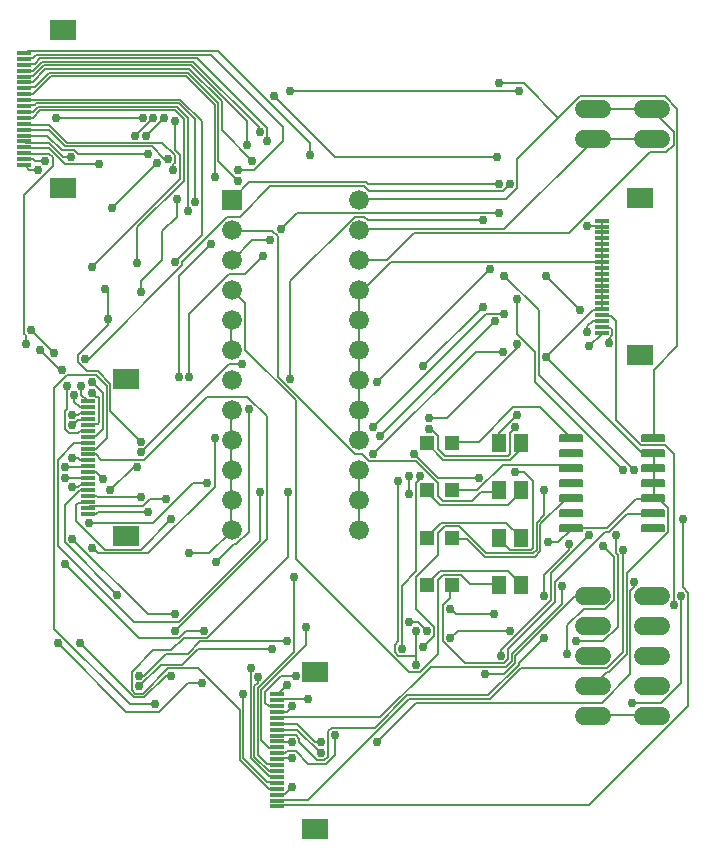
<source format=gbr>
G04 EAGLE Gerber RS-274X export*
G75*
%MOMM*%
%FSLAX34Y34*%
%LPD*%
%INTop Copper*%
%IPPOS*%
%AMOC8*
5,1,8,0,0,1.08239X$1,22.5*%
G01*
%ADD10C,1.524000*%
%ADD11R,1.200000X1.200000*%
%ADD12R,1.300000X1.500000*%
%ADD13R,1.676400X1.676400*%
%ADD14C,1.676400*%
%ADD15C,0.152500*%
%ADD16R,1.300000X0.300000*%
%ADD17R,2.200000X1.800000*%
%ADD18C,0.152400*%
%ADD19C,0.756400*%


D10*
X557620Y597300D02*
X542380Y597300D01*
X542380Y622700D02*
X557620Y622700D01*
X557620Y109200D02*
X542380Y109200D01*
X542380Y134600D02*
X557620Y134600D01*
X557620Y160000D02*
X542380Y160000D01*
X542380Y185400D02*
X557620Y185400D01*
X557620Y210800D02*
X542380Y210800D01*
X507620Y597300D02*
X492380Y597300D01*
X492380Y622700D02*
X507620Y622700D01*
X507620Y109200D02*
X492380Y109200D01*
X492380Y134600D02*
X507620Y134600D01*
X507620Y160000D02*
X492380Y160000D01*
X492380Y185400D02*
X507620Y185400D01*
X507620Y210800D02*
X492380Y210800D01*
D11*
X380500Y340000D03*
X359500Y340000D03*
X380500Y300000D03*
X359500Y300000D03*
X380500Y260000D03*
X359500Y260000D03*
X380500Y220000D03*
X359500Y220000D03*
D12*
X420500Y340000D03*
X439500Y340000D03*
X420500Y300000D03*
X439500Y300000D03*
X420500Y260000D03*
X439500Y260000D03*
X420500Y220000D03*
X439500Y220000D03*
D13*
X194250Y545600D03*
D14*
X194250Y520200D03*
X194250Y494800D03*
X194250Y469400D03*
X194250Y444000D03*
X194250Y418600D03*
X194250Y393200D03*
X194250Y367800D03*
X194250Y342400D03*
X194250Y317000D03*
X194250Y291600D03*
X194250Y266200D03*
X302200Y266200D03*
X302200Y291600D03*
X302200Y317000D03*
X302200Y342400D03*
X302200Y367800D03*
X302200Y393200D03*
X302200Y418600D03*
X302200Y444000D03*
X302200Y469400D03*
X302200Y494800D03*
X302200Y520200D03*
X302200Y545600D03*
D15*
X472562Y342012D02*
X490738Y342012D01*
X472562Y342012D02*
X472562Y346588D01*
X490738Y346588D01*
X490738Y342012D01*
X490738Y343461D02*
X472562Y343461D01*
X472562Y344910D02*
X490738Y344910D01*
X490738Y346359D02*
X472562Y346359D01*
X472562Y329312D02*
X490738Y329312D01*
X472562Y329312D02*
X472562Y333888D01*
X490738Y333888D01*
X490738Y329312D01*
X490738Y330761D02*
X472562Y330761D01*
X472562Y332210D02*
X490738Y332210D01*
X490738Y333659D02*
X472562Y333659D01*
X472562Y316612D02*
X490738Y316612D01*
X472562Y316612D02*
X472562Y321188D01*
X490738Y321188D01*
X490738Y316612D01*
X490738Y318061D02*
X472562Y318061D01*
X472562Y319510D02*
X490738Y319510D01*
X490738Y320959D02*
X472562Y320959D01*
X472562Y303912D02*
X490738Y303912D01*
X472562Y303912D02*
X472562Y308488D01*
X490738Y308488D01*
X490738Y303912D01*
X490738Y305361D02*
X472562Y305361D01*
X472562Y306810D02*
X490738Y306810D01*
X490738Y308259D02*
X472562Y308259D01*
X472562Y291212D02*
X490738Y291212D01*
X472562Y291212D02*
X472562Y295788D01*
X490738Y295788D01*
X490738Y291212D01*
X490738Y292661D02*
X472562Y292661D01*
X472562Y294110D02*
X490738Y294110D01*
X490738Y295559D02*
X472562Y295559D01*
X472562Y278512D02*
X490738Y278512D01*
X472562Y278512D02*
X472562Y283088D01*
X490738Y283088D01*
X490738Y278512D01*
X490738Y279961D02*
X472562Y279961D01*
X472562Y281410D02*
X490738Y281410D01*
X490738Y282859D02*
X472562Y282859D01*
X472562Y265812D02*
X490738Y265812D01*
X472562Y265812D02*
X472562Y270388D01*
X490738Y270388D01*
X490738Y265812D01*
X490738Y267261D02*
X472562Y267261D01*
X472562Y268710D02*
X490738Y268710D01*
X490738Y270159D02*
X472562Y270159D01*
X541862Y265812D02*
X560038Y265812D01*
X541862Y265812D02*
X541862Y270388D01*
X560038Y270388D01*
X560038Y265812D01*
X560038Y267261D02*
X541862Y267261D01*
X541862Y268710D02*
X560038Y268710D01*
X560038Y270159D02*
X541862Y270159D01*
X541862Y278512D02*
X560038Y278512D01*
X541862Y278512D02*
X541862Y283088D01*
X560038Y283088D01*
X560038Y278512D01*
X560038Y279961D02*
X541862Y279961D01*
X541862Y281410D02*
X560038Y281410D01*
X560038Y282859D02*
X541862Y282859D01*
X541862Y291212D02*
X560038Y291212D01*
X541862Y291212D02*
X541862Y295788D01*
X560038Y295788D01*
X560038Y291212D01*
X560038Y292661D02*
X541862Y292661D01*
X541862Y294110D02*
X560038Y294110D01*
X560038Y295559D02*
X541862Y295559D01*
X541862Y303912D02*
X560038Y303912D01*
X541862Y303912D02*
X541862Y308488D01*
X560038Y308488D01*
X560038Y303912D01*
X560038Y305361D02*
X541862Y305361D01*
X541862Y306810D02*
X560038Y306810D01*
X560038Y308259D02*
X541862Y308259D01*
X541862Y316612D02*
X560038Y316612D01*
X541862Y316612D02*
X541862Y321188D01*
X560038Y321188D01*
X560038Y316612D01*
X560038Y318061D02*
X541862Y318061D01*
X541862Y319510D02*
X560038Y319510D01*
X560038Y320959D02*
X541862Y320959D01*
X541862Y329312D02*
X560038Y329312D01*
X541862Y329312D02*
X541862Y333888D01*
X560038Y333888D01*
X560038Y329312D01*
X560038Y330761D02*
X541862Y330761D01*
X541862Y332210D02*
X560038Y332210D01*
X560038Y333659D02*
X541862Y333659D01*
X541862Y342012D02*
X560038Y342012D01*
X541862Y342012D02*
X541862Y346588D01*
X560038Y346588D01*
X560038Y342012D01*
X560038Y343461D02*
X541862Y343461D01*
X541862Y344910D02*
X560038Y344910D01*
X560038Y346359D02*
X541862Y346359D01*
D16*
X18900Y575500D03*
X18900Y580500D03*
X18900Y585500D03*
X18900Y590500D03*
X18900Y595500D03*
X18900Y600500D03*
X18900Y605500D03*
X18900Y610500D03*
X18900Y615500D03*
X18900Y620500D03*
X18900Y625500D03*
X18900Y630500D03*
X18900Y635500D03*
X18900Y640500D03*
X18900Y645500D03*
X18900Y650500D03*
X18900Y655500D03*
X18900Y660500D03*
X18900Y665500D03*
X18900Y670500D03*
D17*
X51400Y689500D03*
X51400Y556500D03*
D16*
X72500Y280500D03*
X72500Y285500D03*
X72500Y290500D03*
X72500Y295500D03*
X72500Y300500D03*
X72500Y305500D03*
X72500Y310500D03*
X72500Y315500D03*
X72500Y320500D03*
X72500Y325500D03*
X72500Y330500D03*
X72500Y335500D03*
X72500Y340500D03*
X72500Y345500D03*
X72500Y350500D03*
X72500Y355500D03*
X72500Y360500D03*
X72500Y365500D03*
X72500Y370500D03*
X72500Y375500D03*
D17*
X105000Y394500D03*
X105000Y261500D03*
D16*
X232500Y32500D03*
X232500Y37500D03*
X232500Y42500D03*
X232500Y47500D03*
X232500Y52500D03*
X232500Y57500D03*
X232500Y62500D03*
X232500Y67500D03*
X232500Y72500D03*
X232500Y77500D03*
X232500Y82500D03*
X232500Y87500D03*
X232500Y92500D03*
X232500Y97500D03*
X232500Y102500D03*
X232500Y107500D03*
X232500Y112500D03*
X232500Y117500D03*
X232500Y122500D03*
X232500Y127500D03*
D17*
X265000Y146500D03*
X265000Y13500D03*
D16*
X507500Y433500D03*
X507500Y438500D03*
X507500Y443500D03*
X507500Y448500D03*
X507500Y453500D03*
X507500Y458500D03*
X507500Y463500D03*
X507500Y468500D03*
X507500Y473500D03*
X507500Y478500D03*
X507500Y483500D03*
X507500Y488500D03*
X507500Y493500D03*
X507500Y498500D03*
X507500Y503500D03*
X507500Y508500D03*
X507500Y513500D03*
X507500Y518500D03*
X507500Y523500D03*
X507500Y528500D03*
D17*
X540000Y547500D03*
X540000Y414500D03*
D18*
X89916Y445008D02*
X89916Y467868D01*
X86868Y470916D01*
X408432Y144780D02*
X425196Y144780D01*
X434340Y153924D01*
X434340Y160020D01*
X484632Y210312D01*
X499872Y210312D01*
X500000Y210800D01*
X120396Y143256D02*
X115824Y143256D01*
X120396Y143256D02*
X138684Y161544D01*
X156972Y161544D01*
X167640Y172212D01*
X240792Y172212D01*
X89916Y440436D02*
X89916Y445008D01*
X89916Y440436D02*
X64008Y414528D01*
X64008Y408432D01*
X71628Y400812D01*
X80772Y400812D01*
X91440Y390144D01*
X91440Y367284D01*
X117348Y341376D01*
X114300Y320040D02*
X111252Y320040D01*
X91440Y300228D01*
D19*
X89916Y445008D03*
X86868Y470916D03*
X408432Y144780D03*
X115824Y143256D03*
X240792Y172212D03*
X117348Y341376D03*
X114300Y320040D03*
X91440Y300228D03*
D18*
X344424Y297180D02*
X344424Y312420D01*
X117348Y467868D02*
X117348Y477012D01*
X135636Y495300D01*
X135636Y519684D01*
X147828Y531876D01*
X147828Y547116D01*
X166116Y166116D02*
X228600Y166116D01*
X166116Y166116D02*
X152400Y152400D01*
X134112Y152400D01*
X115824Y134112D01*
D19*
X344424Y312420D03*
X344424Y297180D03*
X117348Y467868D03*
X147828Y547116D03*
X228600Y166116D03*
X115824Y134112D03*
D18*
X507492Y473964D02*
X507492Y477012D01*
X507492Y473964D02*
X507500Y473500D01*
X507492Y477012D02*
X507500Y478500D01*
X507492Y457200D02*
X507492Y454152D01*
X507500Y453500D01*
X507492Y457200D02*
X507500Y458500D01*
X507492Y464820D02*
X507492Y467868D01*
X507492Y464820D02*
X507500Y463500D01*
X507492Y467868D02*
X507500Y468500D01*
X507492Y463296D02*
X507492Y458724D01*
X507500Y458500D01*
X507492Y463296D02*
X507500Y463500D01*
X507492Y469392D02*
X507492Y472440D01*
X507500Y473500D01*
X507492Y469392D02*
X507500Y468500D01*
X507492Y484632D02*
X507492Y487680D01*
X507492Y484632D02*
X507500Y483500D01*
X507492Y487680D02*
X507500Y488500D01*
X507492Y489204D02*
X507492Y492252D01*
X507500Y493500D01*
X507492Y489204D02*
X507500Y488500D01*
X507492Y499872D02*
X507492Y502920D01*
X507492Y499872D02*
X507500Y498500D01*
X507492Y502920D02*
X507500Y503500D01*
X507492Y509016D02*
X507492Y512064D01*
X507492Y509016D02*
X507500Y508500D01*
X507492Y512064D02*
X507500Y513500D01*
X507492Y507492D02*
X507492Y504444D01*
X507500Y503500D01*
X507492Y507492D02*
X507500Y508500D01*
X507492Y498348D02*
X507492Y493776D01*
X507492Y498348D02*
X507500Y498500D01*
X507492Y483108D02*
X507492Y478536D01*
X507500Y478500D01*
X507492Y483108D02*
X507500Y483500D01*
X507492Y524256D02*
X495300Y524256D01*
X507492Y522732D02*
X507492Y519684D01*
X507500Y518500D01*
X507492Y522732D02*
X507500Y523500D01*
X507492Y524256D02*
X507492Y527304D01*
X507500Y528500D01*
X507492Y524256D02*
X507500Y523500D01*
X507492Y518160D02*
X507492Y513588D01*
X507500Y513500D01*
X507492Y518160D02*
X507500Y518500D01*
X499872Y452628D02*
X460248Y413004D01*
X499872Y452628D02*
X507492Y452628D01*
X507500Y453500D01*
X551688Y330708D02*
X551688Y320040D01*
X550950Y318900D01*
X551688Y330708D02*
X550950Y331600D01*
X512064Y268224D02*
X483108Y268224D01*
X512064Y268224D02*
X536448Y292608D01*
X550164Y292608D01*
X483108Y268224D02*
X481650Y268100D01*
X550164Y292608D02*
X550950Y293500D01*
X551688Y294132D02*
X551688Y304800D01*
X550950Y306200D01*
X551688Y294132D02*
X550950Y293500D01*
X551688Y306324D02*
X551688Y318516D01*
X550950Y318900D01*
X551688Y306324D02*
X550950Y306200D01*
X470916Y256032D02*
X461772Y256032D01*
X470916Y256032D02*
X481584Y266700D01*
X481650Y268100D01*
X512064Y146304D02*
X501396Y135636D01*
X512064Y146304D02*
X513588Y146304D01*
X528828Y161544D01*
X528828Y230124D01*
X563880Y265176D01*
X563880Y284988D01*
X556260Y292608D01*
X551688Y292608D01*
X501396Y135636D02*
X500000Y134600D01*
X551688Y292608D02*
X550950Y293500D01*
X541020Y332232D02*
X460248Y413004D01*
X541020Y332232D02*
X550164Y332232D01*
X550950Y331600D01*
X301752Y291084D02*
X301752Y266700D01*
X302200Y266200D01*
X301752Y291084D02*
X302200Y291600D01*
X301752Y292608D02*
X301752Y316992D01*
X301752Y292608D02*
X302200Y291600D01*
X301752Y316992D02*
X302200Y317000D01*
X301752Y368808D02*
X301752Y393192D01*
X301752Y368808D02*
X302200Y367800D01*
X301752Y393192D02*
X302200Y393200D01*
X301752Y394716D02*
X301752Y417576D01*
X302200Y418600D01*
X301752Y394716D02*
X302200Y393200D01*
X301752Y445008D02*
X301752Y469392D01*
X301752Y445008D02*
X302200Y444000D01*
X301752Y469392D02*
X302200Y469400D01*
X301752Y443484D02*
X301752Y419100D01*
X302200Y418600D01*
X301752Y443484D02*
X302200Y444000D01*
X301752Y367284D02*
X301752Y342900D01*
X302200Y342400D01*
X301752Y367284D02*
X302200Y367800D01*
X92964Y539496D02*
X131064Y577596D01*
X193548Y291084D02*
X193548Y266700D01*
X194250Y266200D01*
X193548Y291084D02*
X194250Y291600D01*
X193548Y318516D02*
X193548Y341376D01*
X193548Y318516D02*
X194250Y317000D01*
X193548Y341376D02*
X194250Y342400D01*
X193548Y316992D02*
X193548Y292608D01*
X194250Y291600D01*
X194250Y317000D02*
X193548Y316992D01*
X193548Y419100D02*
X193548Y443484D01*
X194250Y444000D01*
X193548Y419100D02*
X194250Y418600D01*
X193548Y367284D02*
X193548Y342900D01*
X194250Y342400D01*
X193548Y367284D02*
X194250Y367800D01*
X175260Y246888D02*
X158496Y246888D01*
X175260Y246888D02*
X193548Y265176D01*
X194250Y266200D01*
X329184Y493776D02*
X507492Y493776D01*
X329184Y493776D02*
X306324Y470916D01*
X303276Y470916D01*
X507500Y493500D02*
X507492Y493776D01*
X303276Y470916D02*
X302200Y469400D01*
D19*
X495300Y524256D03*
X460248Y413004D03*
X461772Y256032D03*
X131064Y577596D03*
X92964Y539496D03*
X158496Y246888D03*
D18*
X551688Y344424D02*
X551688Y402336D01*
X571500Y422148D01*
X571500Y623316D01*
X560832Y633984D01*
X489204Y633984D01*
X470916Y615696D02*
X435864Y580644D01*
X470916Y615696D02*
X489204Y633984D01*
X435864Y580644D02*
X435864Y556260D01*
X426720Y547116D01*
X303276Y547116D01*
X550950Y344300D02*
X551688Y344424D01*
X302200Y545600D02*
X303276Y547116D01*
X420624Y644652D02*
X441960Y644652D01*
X470916Y615696D01*
X501396Y109728D02*
X548640Y109728D01*
X550000Y109200D01*
X501396Y109728D02*
X500000Y109200D01*
X350520Y160020D02*
X350520Y181356D01*
X350520Y160020D02*
X350520Y152400D01*
X335280Y172212D02*
X335280Y307848D01*
X335280Y172212D02*
X332232Y169164D01*
X332232Y163068D01*
X335280Y160020D01*
X350520Y160020D01*
D19*
X420624Y644652D03*
X350520Y152400D03*
X350520Y181356D03*
X335280Y307848D03*
D18*
X196596Y254508D02*
X181356Y239268D01*
X196596Y254508D02*
X198120Y254508D01*
X208788Y265176D01*
X208788Y368808D01*
D19*
X181356Y239268D03*
X208788Y368808D03*
D18*
X501396Y597408D02*
X548640Y597408D01*
X501396Y597408D02*
X500000Y597300D01*
X548640Y597408D02*
X550000Y597300D01*
X425196Y521208D02*
X303276Y521208D01*
X425196Y521208D02*
X499872Y595884D01*
X303276Y521208D02*
X302200Y520200D01*
X499872Y595884D02*
X500000Y597300D01*
X501396Y623316D02*
X548640Y623316D01*
X501396Y623316D02*
X500000Y622700D01*
X548640Y623316D02*
X550000Y622700D01*
X326136Y495300D02*
X303276Y495300D01*
X326136Y495300D02*
X348996Y518160D01*
X480060Y518160D01*
X548640Y586740D01*
X562356Y586740D01*
X568452Y592836D01*
X568452Y603504D01*
X550164Y621792D01*
X303276Y495300D02*
X302200Y494800D01*
X550164Y621792D02*
X550000Y622700D01*
X420624Y348996D02*
X420624Y341376D01*
X420624Y348996D02*
X435864Y364236D01*
X420624Y559308D02*
X309372Y559308D01*
X307848Y560832D01*
X208788Y560832D01*
X195072Y547116D01*
X420624Y341376D02*
X420500Y340000D01*
X194250Y545600D02*
X195072Y547116D01*
D19*
X435864Y364236D03*
X420624Y559308D03*
D18*
X419100Y298704D02*
X405384Y298704D01*
X397764Y291084D01*
X373380Y291084D01*
X368808Y295656D01*
X368808Y306324D01*
X350520Y324612D01*
X310896Y324612D01*
X304800Y330708D01*
X298704Y330708D01*
X233172Y396240D01*
X233172Y515112D01*
X228600Y519684D01*
X195072Y519684D01*
X419100Y298704D02*
X420500Y300000D01*
X195072Y519684D02*
X194250Y520200D01*
X420624Y259080D02*
X429768Y249936D01*
X448056Y249936D01*
X449580Y251460D01*
X449580Y307848D01*
X441960Y315468D01*
X434340Y315468D01*
X420624Y534924D02*
X249936Y534924D01*
X236220Y521208D01*
X227076Y512064D02*
X211836Y512064D01*
X195072Y495300D01*
X420500Y260000D02*
X420624Y259080D01*
X195072Y495300D02*
X194250Y494800D01*
D19*
X434340Y315468D03*
X420624Y534924D03*
X236220Y521208D03*
X227076Y512064D03*
D18*
X396240Y220980D02*
X419100Y220980D01*
X396240Y220980D02*
X388620Y228600D01*
X373380Y228600D01*
X368808Y224028D01*
X368808Y161544D01*
X353568Y146304D01*
X344424Y146304D01*
X248412Y242316D01*
X248412Y376428D01*
X205740Y419100D01*
X205740Y458724D01*
X195072Y469392D01*
X419100Y220980D02*
X420500Y220000D01*
X195072Y469392D02*
X194250Y469400D01*
X381000Y341376D02*
X403860Y341376D01*
X432816Y370332D01*
X455676Y370332D01*
X481584Y344424D01*
X381000Y341376D02*
X380500Y340000D01*
X481584Y344424D02*
X481650Y344300D01*
X402336Y300228D02*
X381000Y300228D01*
X402336Y300228D02*
X423672Y321564D01*
X480060Y321564D01*
X481584Y320040D01*
X381000Y300228D02*
X380500Y300000D01*
X481650Y318900D02*
X481584Y320040D01*
X393192Y259080D02*
X381000Y259080D01*
X393192Y259080D02*
X408432Y243840D01*
X451104Y243840D01*
X455676Y248412D01*
X455676Y271272D01*
X477012Y292608D01*
X481584Y292608D01*
X381000Y259080D02*
X380500Y260000D01*
X481584Y292608D02*
X481650Y293500D01*
X379476Y219456D02*
X379476Y208788D01*
X373380Y202692D01*
X373380Y172212D01*
X391668Y153924D01*
X425196Y153924D01*
X428244Y156972D01*
X428244Y166116D01*
X467868Y205740D01*
X467868Y222504D01*
X510540Y265176D01*
X513588Y265176D01*
X528828Y280416D01*
X550164Y280416D01*
X380500Y220000D02*
X379476Y219456D01*
X550164Y280416D02*
X550950Y280800D01*
X373380Y326136D02*
X359664Y339852D01*
X373380Y326136D02*
X429768Y326136D01*
X438912Y335280D01*
X438912Y339852D01*
X359664Y339852D02*
X359500Y340000D01*
X438912Y339852D02*
X439500Y340000D01*
X370332Y288036D02*
X359664Y298704D01*
X370332Y288036D02*
X428244Y288036D01*
X438912Y298704D01*
X359664Y298704D02*
X359500Y300000D01*
X438912Y298704D02*
X439500Y300000D01*
X371856Y272796D02*
X359664Y260604D01*
X371856Y272796D02*
X426720Y272796D01*
X438912Y260604D01*
X359664Y260604D02*
X359500Y260000D01*
X438912Y260604D02*
X439500Y260000D01*
X370332Y231648D02*
X359664Y220980D01*
X370332Y231648D02*
X428244Y231648D01*
X438912Y220980D01*
X359664Y220980D02*
X359500Y220000D01*
X438912Y220980D02*
X439500Y220000D01*
X30480Y571500D02*
X22860Y571500D01*
X19812Y574548D01*
X18900Y575500D01*
D19*
X30480Y571500D03*
D18*
X27432Y579120D02*
X36576Y579120D01*
X27432Y579120D02*
X25908Y580644D01*
X19812Y580644D01*
X18900Y580500D01*
D19*
X36576Y579120D03*
D18*
X45720Y615696D02*
X118872Y615696D01*
X19812Y431292D02*
X19812Y423672D01*
X19812Y431292D02*
X18288Y432816D01*
X18288Y550164D01*
X42672Y574548D01*
X42672Y582168D01*
X39624Y585216D01*
X19812Y585216D01*
X18900Y585500D01*
D19*
X118872Y615696D03*
X45720Y615696D03*
X19812Y423672D03*
D18*
X121920Y600456D02*
X137160Y615696D01*
X82296Y576072D02*
X53340Y576072D01*
X39624Y589788D01*
X19812Y589788D01*
X18900Y590500D01*
D19*
X137160Y615696D03*
X121920Y600456D03*
X82296Y576072D03*
D18*
X57912Y582168D02*
X51816Y582168D01*
X39624Y594360D01*
X19812Y594360D01*
X18900Y595500D01*
D19*
X57912Y582168D03*
D18*
X64008Y585216D02*
X123444Y585216D01*
X64008Y585216D02*
X60960Y588264D01*
X50292Y588264D01*
X38100Y600456D01*
X19812Y600456D01*
X18900Y600500D01*
D19*
X123444Y585216D03*
D18*
X137160Y580644D02*
X140208Y580644D01*
X137160Y580644D02*
X126492Y591312D01*
X53340Y591312D01*
X39624Y605028D01*
X19812Y605028D01*
X18900Y605500D01*
D19*
X140208Y580644D03*
D18*
X144780Y576072D02*
X144780Y571500D01*
X144780Y576072D02*
X146304Y577596D01*
X146304Y583692D01*
X135636Y594360D01*
X54864Y594360D01*
X39624Y609600D01*
X19812Y609600D01*
X18900Y610500D01*
D19*
X144780Y571500D03*
D18*
X114300Y522732D02*
X114300Y492252D01*
X114300Y522732D02*
X153924Y562356D01*
X153924Y614172D01*
X146304Y621792D01*
X32004Y621792D01*
X25908Y615696D01*
X19812Y615696D01*
X18900Y615500D01*
D19*
X114300Y492252D03*
D18*
X156972Y536448D02*
X156972Y615696D01*
X147828Y624840D01*
X30480Y624840D01*
X25908Y620268D01*
X19812Y620268D01*
X18900Y620500D01*
D19*
X156972Y536448D03*
D18*
X163068Y544068D02*
X163068Y614172D01*
X149352Y627888D01*
X28956Y627888D01*
X27432Y626364D01*
X19812Y626364D01*
X18900Y625500D01*
D19*
X163068Y544068D03*
D18*
X169164Y516636D02*
X146304Y493776D01*
X169164Y516636D02*
X169164Y612648D01*
X150876Y630936D01*
X19812Y630936D01*
X18900Y630500D01*
D19*
X146304Y493776D03*
D18*
X179832Y565404D02*
X179832Y626364D01*
X155448Y650748D01*
X41148Y650748D01*
X25908Y635508D01*
X19812Y635508D01*
X18900Y635500D01*
D19*
X179832Y565404D03*
D18*
X182880Y579120D02*
X199644Y562356D01*
X182880Y579120D02*
X182880Y627888D01*
X156972Y653796D01*
X39624Y653796D01*
X27432Y641604D01*
X19812Y641604D01*
X18900Y640500D01*
D19*
X199644Y562356D03*
D18*
X211836Y579120D02*
X185928Y605028D01*
X185928Y629412D01*
X158496Y656844D01*
X36576Y656844D01*
X25908Y646176D01*
X19812Y646176D01*
X18900Y645500D01*
D19*
X211836Y579120D03*
D18*
X207264Y592836D02*
X207264Y612648D01*
X160020Y659892D01*
X35052Y659892D01*
X25908Y650748D01*
X19812Y650748D01*
X18900Y650500D01*
D19*
X207264Y592836D03*
D18*
X192024Y406908D02*
X117348Y332232D01*
X192024Y406908D02*
X202692Y406908D01*
X217932Y603504D02*
X217932Y606552D01*
X161544Y662940D01*
X33528Y662940D01*
X25908Y655320D01*
X19812Y655320D01*
X18900Y655500D01*
D19*
X117348Y332232D03*
X202692Y406908D03*
X217932Y603504D03*
D18*
X158496Y449580D02*
X158496Y396240D01*
X158496Y449580D02*
X192024Y483108D01*
X205740Y483108D01*
X220980Y498348D01*
X224028Y595884D02*
X224028Y606552D01*
X164592Y665988D01*
X32004Y665988D01*
X27432Y661416D01*
X19812Y661416D01*
X18900Y660500D01*
D19*
X158496Y396240D03*
X220980Y498348D03*
X224028Y595884D03*
D18*
X149352Y481584D02*
X149352Y396240D01*
X149352Y481584D02*
X176784Y509016D01*
X199644Y571500D02*
X213360Y571500D01*
X237744Y595884D01*
X237744Y608076D01*
X176784Y669036D01*
X28956Y669036D01*
X25908Y665988D01*
X19812Y665988D01*
X18900Y665500D01*
D19*
X149352Y396240D03*
X176784Y509016D03*
X199644Y571500D03*
D18*
X260604Y583692D02*
X260604Y594360D01*
X182880Y672084D01*
X21336Y672084D01*
X19812Y670560D01*
X18900Y670500D01*
D19*
X260604Y583692D03*
D18*
X123444Y281940D02*
X80772Y281940D01*
X79248Y280416D01*
X73152Y280416D01*
X72500Y280500D01*
D19*
X123444Y281940D03*
D18*
X124968Y292608D02*
X138684Y292608D01*
X124968Y292608D02*
X118872Y286512D01*
X73152Y286512D01*
X72500Y285500D01*
D19*
X138684Y292608D03*
D18*
X143256Y275844D02*
X117348Y249936D01*
X86868Y249936D01*
X62484Y274320D01*
X62484Y288036D01*
X64008Y289560D01*
X71628Y289560D01*
X72500Y290500D01*
D19*
X143256Y275844D03*
D18*
X117348Y294132D02*
X80772Y294132D01*
X79248Y295656D01*
X73152Y295656D01*
X72500Y295500D01*
D19*
X117348Y294132D03*
D18*
X53340Y256032D02*
X97536Y211836D01*
X53340Y256032D02*
X53340Y288036D01*
X65532Y300228D01*
X71628Y300228D01*
X72500Y300500D01*
D19*
X97536Y211836D03*
D18*
X123444Y195072D02*
X146304Y195072D01*
X123444Y195072D02*
X59436Y259080D01*
X59436Y303276D02*
X64008Y303276D01*
X65532Y304800D01*
X71628Y304800D01*
X72500Y305500D01*
D19*
X146304Y195072D03*
X59436Y259080D03*
X59436Y303276D03*
D18*
X155448Y181356D02*
X170688Y181356D01*
X155448Y181356D02*
X149352Y175260D01*
X115824Y175260D01*
X53340Y237744D01*
X53340Y310896D02*
X71628Y310896D01*
X72500Y310500D01*
D19*
X170688Y181356D03*
X53340Y237744D03*
X53340Y310896D03*
D18*
X79248Y315468D02*
X85344Y309372D01*
X79248Y315468D02*
X73152Y315468D01*
X72500Y315500D01*
D19*
X85344Y309372D03*
D18*
X156972Y137160D02*
X169164Y137160D01*
X156972Y137160D02*
X132588Y112776D01*
X105156Y112776D01*
X47244Y170688D01*
X53340Y320040D02*
X71628Y320040D01*
X72500Y320500D01*
D19*
X169164Y137160D03*
X47244Y170688D03*
X53340Y320040D03*
D18*
X138684Y143256D02*
X143256Y143256D01*
X138684Y143256D02*
X120396Y124968D01*
X111252Y124968D01*
X65532Y170688D01*
X64008Y327660D02*
X59436Y327660D01*
X64008Y327660D02*
X65532Y326136D01*
X71628Y326136D01*
X72500Y325500D01*
D19*
X143256Y143256D03*
X65532Y170688D03*
X59436Y327660D03*
D18*
X146304Y181356D02*
X224028Y259080D01*
X224028Y362712D01*
X207264Y379476D01*
X173736Y379476D01*
X120396Y326136D01*
X83820Y326136D01*
X79248Y330708D01*
X73152Y330708D01*
X72500Y330500D01*
D19*
X146304Y181356D03*
D18*
X129540Y118872D02*
X108204Y118872D01*
X44196Y182880D01*
X44196Y387096D01*
X54864Y397764D01*
X79248Y397764D01*
X88392Y388620D01*
X88392Y344424D01*
X79248Y335280D01*
X73152Y335280D01*
X72500Y335500D01*
D19*
X129540Y118872D03*
D18*
X316992Y391668D02*
X413004Y487680D01*
X217932Y298704D02*
X217932Y257556D01*
X149352Y188976D01*
X111252Y188976D01*
X47244Y252984D01*
X47244Y326136D01*
X60960Y339852D01*
X71628Y339852D01*
X72500Y340500D01*
D19*
X413004Y487680D03*
X316992Y391668D03*
X217932Y298704D03*
D18*
X243840Y638556D02*
X437388Y638556D01*
X146304Y612648D02*
X146304Y588264D01*
X150876Y583692D01*
X150876Y563880D01*
X76200Y489204D01*
X76200Y391668D02*
X85344Y382524D01*
X85344Y352044D01*
X79248Y345948D01*
X73152Y345948D01*
X72500Y345500D01*
D19*
X437388Y638556D03*
X243840Y638556D03*
X146304Y612648D03*
X76200Y489204D03*
X76200Y391668D03*
D18*
X48768Y402336D02*
X32004Y419100D01*
X48768Y402336D02*
X50292Y402336D01*
X54864Y388620D02*
X54864Y368808D01*
X53340Y367284D01*
X53340Y352044D01*
X56388Y348996D01*
X64008Y348996D01*
X65532Y350520D01*
X71628Y350520D01*
X72500Y350500D01*
D19*
X32004Y419100D03*
X50292Y402336D03*
X54864Y388620D03*
D18*
X44196Y416052D02*
X24384Y435864D01*
X76200Y382524D02*
X79248Y379476D01*
X80772Y379476D01*
X82296Y377952D01*
X82296Y358140D01*
X80772Y356616D01*
X73152Y356616D01*
X72500Y355500D01*
D19*
X24384Y435864D03*
X44196Y416052D03*
X76200Y382524D03*
D18*
X161544Y306324D02*
X173736Y306324D01*
X161544Y306324D02*
X128016Y272796D01*
X73152Y272796D01*
X59436Y355092D02*
X64008Y359664D01*
X71628Y359664D01*
X72500Y360500D01*
D19*
X173736Y306324D03*
X73152Y272796D03*
X59436Y355092D03*
D18*
X309372Y528828D02*
X406908Y528828D01*
X309372Y528828D02*
X306324Y531876D01*
X298704Y531876D01*
X243840Y477012D01*
X243840Y394716D01*
X179832Y344424D02*
X179832Y303276D01*
X123444Y246888D01*
X80772Y246888D01*
X76200Y251460D01*
X64008Y364236D02*
X59436Y364236D01*
X64008Y364236D02*
X65532Y365760D01*
X71628Y365760D01*
X72500Y365500D01*
D19*
X406908Y528828D03*
X243840Y394716D03*
X179832Y344424D03*
X76200Y251460D03*
X59436Y364236D03*
D18*
X281940Y582168D02*
X419100Y582168D01*
X281940Y582168D02*
X230124Y633984D01*
X128016Y615696D02*
X112776Y600456D01*
X60960Y381000D02*
X60960Y374904D01*
X65532Y370332D01*
X71628Y370332D01*
X72500Y370500D01*
D19*
X419100Y582168D03*
X230124Y633984D03*
X128016Y615696D03*
X112776Y600456D03*
X60960Y381000D03*
D18*
X423672Y553212D02*
X429768Y559308D01*
X423672Y553212D02*
X310896Y553212D01*
X306324Y557784D01*
X227076Y557784D01*
X201168Y531876D01*
X190500Y531876D01*
X152400Y493776D01*
X152400Y490728D01*
X73152Y411480D01*
X70104Y411480D01*
X67056Y388620D02*
X67056Y381000D01*
X71628Y376428D01*
X72500Y375500D01*
D19*
X429768Y559308D03*
X70104Y411480D03*
X67056Y388620D03*
D18*
X425196Y481584D02*
X454152Y452628D01*
X454152Y397764D01*
X534924Y316992D01*
X576072Y275844D02*
X576072Y217932D01*
X580644Y213360D01*
X580644Y117348D01*
X496824Y33528D01*
X233172Y33528D01*
X232500Y32500D01*
D19*
X425196Y481584D03*
X534924Y316992D03*
X576072Y275844D03*
D18*
X435864Y432816D02*
X435864Y461772D01*
X435864Y432816D02*
X451104Y417576D01*
X451104Y391668D01*
X525780Y316992D01*
X525780Y249936D02*
X525780Y163068D01*
X512064Y149352D01*
X438912Y149352D01*
X413004Y123444D01*
X344424Y123444D01*
X259080Y38100D01*
X233172Y38100D01*
X232500Y37500D01*
D19*
X435864Y461772D03*
X525780Y316992D03*
X525780Y249936D03*
D18*
X489204Y452628D02*
X460248Y481584D01*
X245364Y48768D02*
X239268Y42672D01*
X233172Y42672D01*
X232500Y42500D01*
D19*
X460248Y481584D03*
X489204Y452628D03*
X245364Y48768D03*
D18*
X409956Y449580D02*
X425196Y449580D01*
X409956Y449580D02*
X313944Y353568D01*
X242316Y298704D02*
X242316Y243840D01*
X173736Y175260D01*
X153924Y175260D01*
X143256Y164592D01*
X128016Y164592D01*
X109728Y146304D01*
X109728Y131064D01*
X112776Y128016D01*
X118872Y128016D01*
X140208Y149352D01*
X166116Y149352D01*
X201168Y114300D01*
X201168Y71628D01*
X225552Y47244D01*
X231648Y47244D01*
X232500Y47500D01*
D19*
X425196Y449580D03*
X313944Y353568D03*
X242316Y298704D03*
D18*
X356616Y405384D02*
X406908Y455676D01*
X204216Y128016D02*
X204216Y73152D01*
X224028Y53340D01*
X231648Y53340D01*
X232500Y52500D01*
D19*
X406908Y455676D03*
X356616Y405384D03*
X204216Y128016D03*
D18*
X320040Y345948D02*
X417576Y443484D01*
X210312Y149352D02*
X210312Y73152D01*
X225552Y57912D01*
X231648Y57912D01*
X232500Y57500D01*
D19*
X417576Y443484D03*
X320040Y345948D03*
X210312Y149352D03*
D18*
X435864Y420624D02*
X435864Y423672D01*
X435864Y420624D02*
X376428Y361188D01*
X361188Y361188D01*
X216408Y141732D02*
X216408Y137160D01*
X213360Y134112D01*
X213360Y74676D01*
X225552Y62484D01*
X231648Y62484D01*
X232500Y62500D01*
D19*
X435864Y423672D03*
X361188Y361188D03*
X216408Y141732D03*
D18*
X400812Y417576D02*
X423672Y417576D01*
X400812Y417576D02*
X313944Y330708D01*
X246888Y227076D02*
X246888Y163068D01*
X216408Y132588D01*
X216408Y76200D01*
X224028Y68580D01*
X231648Y68580D01*
X232500Y67500D01*
D19*
X423672Y417576D03*
X313944Y330708D03*
X246888Y227076D03*
D18*
X353568Y309372D02*
X353568Y312420D01*
X353568Y309372D02*
X350520Y306324D01*
X350520Y231648D01*
X338328Y219456D01*
X338328Y166116D01*
X245364Y73152D02*
X233172Y73152D01*
X232500Y72500D01*
D19*
X353568Y312420D03*
X338328Y166116D03*
X245364Y73152D03*
D18*
X458724Y278892D02*
X458724Y300228D01*
X458724Y278892D02*
X452628Y272796D01*
X452628Y249936D01*
X449580Y246888D01*
X409956Y246888D01*
X387096Y269748D01*
X374904Y269748D01*
X368808Y263652D01*
X368808Y245364D01*
X350520Y227076D01*
X350520Y199644D01*
X365760Y184404D01*
X365760Y176784D01*
X356616Y167640D01*
X281940Y92964D02*
X281940Y76200D01*
X274320Y68580D01*
X259080Y68580D01*
X248412Y79248D01*
X240792Y79248D01*
X239268Y77724D01*
X233172Y77724D01*
X232500Y77500D01*
D19*
X458724Y300228D03*
X356616Y167640D03*
X281940Y92964D03*
D18*
X429768Y348996D02*
X434340Y353568D01*
X429768Y348996D02*
X429768Y330708D01*
X428244Y329184D01*
X374904Y329184D01*
X368808Y335280D01*
X368808Y345948D01*
X362712Y352044D01*
X361188Y352044D01*
X257556Y184404D02*
X257556Y169164D01*
X219456Y131064D01*
X219456Y88392D01*
X225552Y82296D01*
X231648Y82296D01*
X232500Y82500D01*
D19*
X434340Y353568D03*
X361188Y352044D03*
X257556Y184404D03*
D18*
X368808Y310896D02*
X403860Y310896D01*
X368808Y310896D02*
X348996Y330708D01*
X245364Y86868D02*
X233172Y86868D01*
X232500Y87500D01*
D19*
X403860Y310896D03*
X348996Y330708D03*
X245364Y86868D03*
D18*
X480060Y249936D02*
X480060Y254508D01*
X480060Y249936D02*
X458724Y228600D01*
X458724Y210312D01*
X458724Y175260D02*
X437388Y153924D01*
X437388Y152400D01*
X411480Y126492D01*
X342900Y126492D01*
X315468Y99060D01*
X278892Y99060D01*
X275844Y96012D01*
X275844Y74676D01*
X272796Y71628D01*
X266700Y71628D01*
X251460Y86868D01*
X251460Y89916D01*
X248412Y92964D01*
X233172Y92964D01*
X232500Y92500D01*
D19*
X480060Y254508D03*
X458724Y210312D03*
X458724Y175260D03*
D18*
X574548Y210312D02*
X574548Y137160D01*
X557784Y120396D01*
X533400Y120396D01*
X269748Y77724D02*
X249936Y97536D01*
X233172Y97536D01*
X232500Y97500D01*
D19*
X574548Y210312D03*
X533400Y120396D03*
X269748Y77724D03*
D18*
X534924Y217932D02*
X534924Y222504D01*
X534924Y217932D02*
X531876Y214884D01*
X531876Y144780D01*
X507492Y120396D01*
X350520Y120396D01*
X316992Y86868D01*
X269748Y86868D02*
X265176Y86868D01*
X249936Y102108D01*
X233172Y102108D01*
X232500Y102500D01*
D19*
X534924Y222504D03*
X316992Y86868D03*
X269748Y86868D03*
D18*
X473964Y204216D02*
X473964Y219456D01*
X473964Y204216D02*
X431292Y161544D01*
X431292Y155448D01*
X426720Y150876D01*
X362712Y150876D01*
X320040Y108204D01*
X233172Y108204D01*
X232500Y107500D01*
D19*
X473964Y219456D03*
D18*
X359664Y181356D02*
X352044Y188976D01*
X344424Y188976D01*
X245364Y117348D02*
X240792Y112776D01*
X233172Y112776D01*
X232500Y112500D01*
D19*
X359664Y181356D03*
X344424Y188976D03*
X245364Y117348D03*
D18*
X384048Y195072D02*
X416052Y195072D01*
X384048Y195072D02*
X379476Y199644D01*
X248412Y143256D02*
X236220Y143256D01*
X222504Y129540D01*
X222504Y120396D01*
X225552Y117348D01*
X231648Y117348D01*
X232500Y117500D01*
D19*
X416052Y195072D03*
X379476Y199644D03*
X248412Y143256D03*
D18*
X385572Y181356D02*
X429768Y181356D01*
X385572Y181356D02*
X379476Y175260D01*
X259080Y123444D02*
X233172Y123444D01*
X232500Y122500D01*
D19*
X429768Y181356D03*
X379476Y175260D03*
X259080Y123444D03*
D18*
X240792Y135636D02*
X233172Y128016D01*
X232500Y127500D01*
D19*
X240792Y135636D03*
D18*
X422148Y160020D02*
X422148Y164592D01*
X464820Y207264D01*
X464820Y230124D01*
X496824Y262128D01*
X496824Y422148D02*
X507492Y432816D01*
X507500Y433500D01*
D19*
X422148Y160020D03*
X496824Y262128D03*
X496824Y422148D03*
D18*
X486156Y172212D02*
X509016Y172212D01*
X521208Y184404D01*
X521208Y245364D01*
X519684Y246888D01*
X519684Y262128D01*
X513588Y425196D02*
X513588Y428244D01*
X516636Y431292D01*
X516636Y435864D01*
X515112Y437388D01*
X509016Y437388D01*
X507500Y438500D01*
D19*
X486156Y172212D03*
X519684Y262128D03*
X513588Y425196D03*
D18*
X478536Y185928D02*
X478536Y161544D01*
X478536Y185928D02*
X492252Y199644D01*
X510540Y199644D01*
X518160Y207264D01*
X518160Y243840D01*
X509016Y252984D01*
X495300Y434340D02*
X495300Y438912D01*
X499872Y443484D01*
X507492Y443484D01*
X507500Y443500D01*
D19*
X478536Y161544D03*
X509016Y252984D03*
X495300Y434340D03*
D18*
X568452Y330708D02*
X568452Y202692D01*
X568452Y330708D02*
X560832Y338328D01*
X541020Y338328D01*
X519684Y359664D01*
X519684Y443484D01*
X515112Y448056D01*
X509016Y448056D01*
X507500Y448500D01*
D19*
X568452Y202692D03*
M02*

</source>
